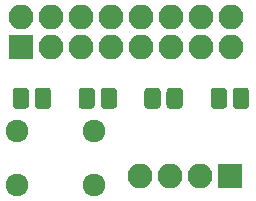
<source format=gts>
G04 #@! TF.GenerationSoftware,KiCad,Pcbnew,5.0.0-fee4fd1~66~ubuntu18.04.1*
G04 #@! TF.CreationDate,2018-08-17T17:18:45-07:00*
G04 #@! TF.ProjectId,RPi FS HAT,525069204653204841542E6B69636164,2*
G04 #@! TF.SameCoordinates,Original*
G04 #@! TF.FileFunction,Soldermask,Top*
G04 #@! TF.FilePolarity,Negative*
%FSLAX46Y46*%
G04 Gerber Fmt 4.6, Leading zero omitted, Abs format (unit mm)*
G04 Created by KiCad (PCBNEW 5.0.0-fee4fd1~66~ubuntu18.04.1) date Fri Aug 17 17:18:45 2018*
%MOMM*%
%LPD*%
G01*
G04 APERTURE LIST*
%ADD10C,0.100000*%
%ADD11C,1.375000*%
%ADD12R,2.100000X2.100000*%
%ADD13O,2.100000X2.100000*%
%ADD14O,1.924000X1.924000*%
G04 APERTURE END LIST*
D10*
G04 #@! TO.C,D1*
G36*
X165047943Y-121529655D02*
X165081312Y-121534605D01*
X165114035Y-121542802D01*
X165145797Y-121554166D01*
X165176293Y-121568590D01*
X165205227Y-121585932D01*
X165232323Y-121606028D01*
X165257318Y-121628682D01*
X165279972Y-121653677D01*
X165300068Y-121680773D01*
X165317410Y-121709707D01*
X165331834Y-121740203D01*
X165343198Y-121771965D01*
X165351395Y-121804688D01*
X165356345Y-121838057D01*
X165358000Y-121871750D01*
X165358000Y-122984250D01*
X165356345Y-123017943D01*
X165351395Y-123051312D01*
X165343198Y-123084035D01*
X165331834Y-123115797D01*
X165317410Y-123146293D01*
X165300068Y-123175227D01*
X165279972Y-123202323D01*
X165257318Y-123227318D01*
X165232323Y-123249972D01*
X165205227Y-123270068D01*
X165176293Y-123287410D01*
X165145797Y-123301834D01*
X165114035Y-123313198D01*
X165081312Y-123321395D01*
X165047943Y-123326345D01*
X165014250Y-123328000D01*
X164326750Y-123328000D01*
X164293057Y-123326345D01*
X164259688Y-123321395D01*
X164226965Y-123313198D01*
X164195203Y-123301834D01*
X164164707Y-123287410D01*
X164135773Y-123270068D01*
X164108677Y-123249972D01*
X164083682Y-123227318D01*
X164061028Y-123202323D01*
X164040932Y-123175227D01*
X164023590Y-123146293D01*
X164009166Y-123115797D01*
X163997802Y-123084035D01*
X163989605Y-123051312D01*
X163984655Y-123017943D01*
X163983000Y-122984250D01*
X163983000Y-121871750D01*
X163984655Y-121838057D01*
X163989605Y-121804688D01*
X163997802Y-121771965D01*
X164009166Y-121740203D01*
X164023590Y-121709707D01*
X164040932Y-121680773D01*
X164061028Y-121653677D01*
X164083682Y-121628682D01*
X164108677Y-121606028D01*
X164135773Y-121585932D01*
X164164707Y-121568590D01*
X164195203Y-121554166D01*
X164226965Y-121542802D01*
X164259688Y-121534605D01*
X164293057Y-121529655D01*
X164326750Y-121528000D01*
X165014250Y-121528000D01*
X165047943Y-121529655D01*
X165047943Y-121529655D01*
G37*
D11*
X164670500Y-122428000D03*
D10*
G36*
X166922943Y-121529655D02*
X166956312Y-121534605D01*
X166989035Y-121542802D01*
X167020797Y-121554166D01*
X167051293Y-121568590D01*
X167080227Y-121585932D01*
X167107323Y-121606028D01*
X167132318Y-121628682D01*
X167154972Y-121653677D01*
X167175068Y-121680773D01*
X167192410Y-121709707D01*
X167206834Y-121740203D01*
X167218198Y-121771965D01*
X167226395Y-121804688D01*
X167231345Y-121838057D01*
X167233000Y-121871750D01*
X167233000Y-122984250D01*
X167231345Y-123017943D01*
X167226395Y-123051312D01*
X167218198Y-123084035D01*
X167206834Y-123115797D01*
X167192410Y-123146293D01*
X167175068Y-123175227D01*
X167154972Y-123202323D01*
X167132318Y-123227318D01*
X167107323Y-123249972D01*
X167080227Y-123270068D01*
X167051293Y-123287410D01*
X167020797Y-123301834D01*
X166989035Y-123313198D01*
X166956312Y-123321395D01*
X166922943Y-123326345D01*
X166889250Y-123328000D01*
X166201750Y-123328000D01*
X166168057Y-123326345D01*
X166134688Y-123321395D01*
X166101965Y-123313198D01*
X166070203Y-123301834D01*
X166039707Y-123287410D01*
X166010773Y-123270068D01*
X165983677Y-123249972D01*
X165958682Y-123227318D01*
X165936028Y-123202323D01*
X165915932Y-123175227D01*
X165898590Y-123146293D01*
X165884166Y-123115797D01*
X165872802Y-123084035D01*
X165864605Y-123051312D01*
X165859655Y-123017943D01*
X165858000Y-122984250D01*
X165858000Y-121871750D01*
X165859655Y-121838057D01*
X165864605Y-121804688D01*
X165872802Y-121771965D01*
X165884166Y-121740203D01*
X165898590Y-121709707D01*
X165915932Y-121680773D01*
X165936028Y-121653677D01*
X165958682Y-121628682D01*
X165983677Y-121606028D01*
X166010773Y-121585932D01*
X166039707Y-121568590D01*
X166070203Y-121554166D01*
X166101965Y-121542802D01*
X166134688Y-121534605D01*
X166168057Y-121529655D01*
X166201750Y-121528000D01*
X166889250Y-121528000D01*
X166922943Y-121529655D01*
X166922943Y-121529655D01*
G37*
D11*
X166545500Y-122428000D03*
G04 #@! TD*
D12*
G04 #@! TO.C,J1*
X147955000Y-118110000D03*
D13*
X147955000Y-115570000D03*
X150495000Y-118110000D03*
X150495000Y-115570000D03*
X153035000Y-118110000D03*
X153035000Y-115570000D03*
X155575000Y-118110000D03*
X155575000Y-115570000D03*
X158115000Y-118110000D03*
X158115000Y-115570000D03*
X160655000Y-118110000D03*
X160655000Y-115570000D03*
X163195000Y-118110000D03*
X163195000Y-115570000D03*
X165735000Y-118110000D03*
X165735000Y-115570000D03*
G04 #@! TD*
D10*
G04 #@! TO.C,R1*
G36*
X148283943Y-121529655D02*
X148317312Y-121534605D01*
X148350035Y-121542802D01*
X148381797Y-121554166D01*
X148412293Y-121568590D01*
X148441227Y-121585932D01*
X148468323Y-121606028D01*
X148493318Y-121628682D01*
X148515972Y-121653677D01*
X148536068Y-121680773D01*
X148553410Y-121709707D01*
X148567834Y-121740203D01*
X148579198Y-121771965D01*
X148587395Y-121804688D01*
X148592345Y-121838057D01*
X148594000Y-121871750D01*
X148594000Y-122984250D01*
X148592345Y-123017943D01*
X148587395Y-123051312D01*
X148579198Y-123084035D01*
X148567834Y-123115797D01*
X148553410Y-123146293D01*
X148536068Y-123175227D01*
X148515972Y-123202323D01*
X148493318Y-123227318D01*
X148468323Y-123249972D01*
X148441227Y-123270068D01*
X148412293Y-123287410D01*
X148381797Y-123301834D01*
X148350035Y-123313198D01*
X148317312Y-123321395D01*
X148283943Y-123326345D01*
X148250250Y-123328000D01*
X147562750Y-123328000D01*
X147529057Y-123326345D01*
X147495688Y-123321395D01*
X147462965Y-123313198D01*
X147431203Y-123301834D01*
X147400707Y-123287410D01*
X147371773Y-123270068D01*
X147344677Y-123249972D01*
X147319682Y-123227318D01*
X147297028Y-123202323D01*
X147276932Y-123175227D01*
X147259590Y-123146293D01*
X147245166Y-123115797D01*
X147233802Y-123084035D01*
X147225605Y-123051312D01*
X147220655Y-123017943D01*
X147219000Y-122984250D01*
X147219000Y-121871750D01*
X147220655Y-121838057D01*
X147225605Y-121804688D01*
X147233802Y-121771965D01*
X147245166Y-121740203D01*
X147259590Y-121709707D01*
X147276932Y-121680773D01*
X147297028Y-121653677D01*
X147319682Y-121628682D01*
X147344677Y-121606028D01*
X147371773Y-121585932D01*
X147400707Y-121568590D01*
X147431203Y-121554166D01*
X147462965Y-121542802D01*
X147495688Y-121534605D01*
X147529057Y-121529655D01*
X147562750Y-121528000D01*
X148250250Y-121528000D01*
X148283943Y-121529655D01*
X148283943Y-121529655D01*
G37*
D11*
X147906500Y-122428000D03*
D10*
G36*
X150158943Y-121529655D02*
X150192312Y-121534605D01*
X150225035Y-121542802D01*
X150256797Y-121554166D01*
X150287293Y-121568590D01*
X150316227Y-121585932D01*
X150343323Y-121606028D01*
X150368318Y-121628682D01*
X150390972Y-121653677D01*
X150411068Y-121680773D01*
X150428410Y-121709707D01*
X150442834Y-121740203D01*
X150454198Y-121771965D01*
X150462395Y-121804688D01*
X150467345Y-121838057D01*
X150469000Y-121871750D01*
X150469000Y-122984250D01*
X150467345Y-123017943D01*
X150462395Y-123051312D01*
X150454198Y-123084035D01*
X150442834Y-123115797D01*
X150428410Y-123146293D01*
X150411068Y-123175227D01*
X150390972Y-123202323D01*
X150368318Y-123227318D01*
X150343323Y-123249972D01*
X150316227Y-123270068D01*
X150287293Y-123287410D01*
X150256797Y-123301834D01*
X150225035Y-123313198D01*
X150192312Y-123321395D01*
X150158943Y-123326345D01*
X150125250Y-123328000D01*
X149437750Y-123328000D01*
X149404057Y-123326345D01*
X149370688Y-123321395D01*
X149337965Y-123313198D01*
X149306203Y-123301834D01*
X149275707Y-123287410D01*
X149246773Y-123270068D01*
X149219677Y-123249972D01*
X149194682Y-123227318D01*
X149172028Y-123202323D01*
X149151932Y-123175227D01*
X149134590Y-123146293D01*
X149120166Y-123115797D01*
X149108802Y-123084035D01*
X149100605Y-123051312D01*
X149095655Y-123017943D01*
X149094000Y-122984250D01*
X149094000Y-121871750D01*
X149095655Y-121838057D01*
X149100605Y-121804688D01*
X149108802Y-121771965D01*
X149120166Y-121740203D01*
X149134590Y-121709707D01*
X149151932Y-121680773D01*
X149172028Y-121653677D01*
X149194682Y-121628682D01*
X149219677Y-121606028D01*
X149246773Y-121585932D01*
X149275707Y-121568590D01*
X149306203Y-121554166D01*
X149337965Y-121542802D01*
X149370688Y-121534605D01*
X149404057Y-121529655D01*
X149437750Y-121528000D01*
X150125250Y-121528000D01*
X150158943Y-121529655D01*
X150158943Y-121529655D01*
G37*
D11*
X149781500Y-122428000D03*
G04 #@! TD*
D10*
G04 #@! TO.C,R2*
G36*
X153858609Y-121529655D02*
X153891978Y-121534605D01*
X153924701Y-121542802D01*
X153956463Y-121554166D01*
X153986959Y-121568590D01*
X154015893Y-121585932D01*
X154042989Y-121606028D01*
X154067984Y-121628682D01*
X154090638Y-121653677D01*
X154110734Y-121680773D01*
X154128076Y-121709707D01*
X154142500Y-121740203D01*
X154153864Y-121771965D01*
X154162061Y-121804688D01*
X154167011Y-121838057D01*
X154168666Y-121871750D01*
X154168666Y-122984250D01*
X154167011Y-123017943D01*
X154162061Y-123051312D01*
X154153864Y-123084035D01*
X154142500Y-123115797D01*
X154128076Y-123146293D01*
X154110734Y-123175227D01*
X154090638Y-123202323D01*
X154067984Y-123227318D01*
X154042989Y-123249972D01*
X154015893Y-123270068D01*
X153986959Y-123287410D01*
X153956463Y-123301834D01*
X153924701Y-123313198D01*
X153891978Y-123321395D01*
X153858609Y-123326345D01*
X153824916Y-123328000D01*
X153137416Y-123328000D01*
X153103723Y-123326345D01*
X153070354Y-123321395D01*
X153037631Y-123313198D01*
X153005869Y-123301834D01*
X152975373Y-123287410D01*
X152946439Y-123270068D01*
X152919343Y-123249972D01*
X152894348Y-123227318D01*
X152871694Y-123202323D01*
X152851598Y-123175227D01*
X152834256Y-123146293D01*
X152819832Y-123115797D01*
X152808468Y-123084035D01*
X152800271Y-123051312D01*
X152795321Y-123017943D01*
X152793666Y-122984250D01*
X152793666Y-121871750D01*
X152795321Y-121838057D01*
X152800271Y-121804688D01*
X152808468Y-121771965D01*
X152819832Y-121740203D01*
X152834256Y-121709707D01*
X152851598Y-121680773D01*
X152871694Y-121653677D01*
X152894348Y-121628682D01*
X152919343Y-121606028D01*
X152946439Y-121585932D01*
X152975373Y-121568590D01*
X153005869Y-121554166D01*
X153037631Y-121542802D01*
X153070354Y-121534605D01*
X153103723Y-121529655D01*
X153137416Y-121528000D01*
X153824916Y-121528000D01*
X153858609Y-121529655D01*
X153858609Y-121529655D01*
G37*
D11*
X153481166Y-122428000D03*
D10*
G36*
X155733609Y-121529655D02*
X155766978Y-121534605D01*
X155799701Y-121542802D01*
X155831463Y-121554166D01*
X155861959Y-121568590D01*
X155890893Y-121585932D01*
X155917989Y-121606028D01*
X155942984Y-121628682D01*
X155965638Y-121653677D01*
X155985734Y-121680773D01*
X156003076Y-121709707D01*
X156017500Y-121740203D01*
X156028864Y-121771965D01*
X156037061Y-121804688D01*
X156042011Y-121838057D01*
X156043666Y-121871750D01*
X156043666Y-122984250D01*
X156042011Y-123017943D01*
X156037061Y-123051312D01*
X156028864Y-123084035D01*
X156017500Y-123115797D01*
X156003076Y-123146293D01*
X155985734Y-123175227D01*
X155965638Y-123202323D01*
X155942984Y-123227318D01*
X155917989Y-123249972D01*
X155890893Y-123270068D01*
X155861959Y-123287410D01*
X155831463Y-123301834D01*
X155799701Y-123313198D01*
X155766978Y-123321395D01*
X155733609Y-123326345D01*
X155699916Y-123328000D01*
X155012416Y-123328000D01*
X154978723Y-123326345D01*
X154945354Y-123321395D01*
X154912631Y-123313198D01*
X154880869Y-123301834D01*
X154850373Y-123287410D01*
X154821439Y-123270068D01*
X154794343Y-123249972D01*
X154769348Y-123227318D01*
X154746694Y-123202323D01*
X154726598Y-123175227D01*
X154709256Y-123146293D01*
X154694832Y-123115797D01*
X154683468Y-123084035D01*
X154675271Y-123051312D01*
X154670321Y-123017943D01*
X154668666Y-122984250D01*
X154668666Y-121871750D01*
X154670321Y-121838057D01*
X154675271Y-121804688D01*
X154683468Y-121771965D01*
X154694832Y-121740203D01*
X154709256Y-121709707D01*
X154726598Y-121680773D01*
X154746694Y-121653677D01*
X154769348Y-121628682D01*
X154794343Y-121606028D01*
X154821439Y-121585932D01*
X154850373Y-121568590D01*
X154880869Y-121554166D01*
X154912631Y-121542802D01*
X154945354Y-121534605D01*
X154978723Y-121529655D01*
X155012416Y-121528000D01*
X155699916Y-121528000D01*
X155733609Y-121529655D01*
X155733609Y-121529655D01*
G37*
D11*
X155356166Y-122428000D03*
G04 #@! TD*
D10*
G04 #@! TO.C,R3*
G36*
X161308275Y-121529655D02*
X161341644Y-121534605D01*
X161374367Y-121542802D01*
X161406129Y-121554166D01*
X161436625Y-121568590D01*
X161465559Y-121585932D01*
X161492655Y-121606028D01*
X161517650Y-121628682D01*
X161540304Y-121653677D01*
X161560400Y-121680773D01*
X161577742Y-121709707D01*
X161592166Y-121740203D01*
X161603530Y-121771965D01*
X161611727Y-121804688D01*
X161616677Y-121838057D01*
X161618332Y-121871750D01*
X161618332Y-122984250D01*
X161616677Y-123017943D01*
X161611727Y-123051312D01*
X161603530Y-123084035D01*
X161592166Y-123115797D01*
X161577742Y-123146293D01*
X161560400Y-123175227D01*
X161540304Y-123202323D01*
X161517650Y-123227318D01*
X161492655Y-123249972D01*
X161465559Y-123270068D01*
X161436625Y-123287410D01*
X161406129Y-123301834D01*
X161374367Y-123313198D01*
X161341644Y-123321395D01*
X161308275Y-123326345D01*
X161274582Y-123328000D01*
X160587082Y-123328000D01*
X160553389Y-123326345D01*
X160520020Y-123321395D01*
X160487297Y-123313198D01*
X160455535Y-123301834D01*
X160425039Y-123287410D01*
X160396105Y-123270068D01*
X160369009Y-123249972D01*
X160344014Y-123227318D01*
X160321360Y-123202323D01*
X160301264Y-123175227D01*
X160283922Y-123146293D01*
X160269498Y-123115797D01*
X160258134Y-123084035D01*
X160249937Y-123051312D01*
X160244987Y-123017943D01*
X160243332Y-122984250D01*
X160243332Y-121871750D01*
X160244987Y-121838057D01*
X160249937Y-121804688D01*
X160258134Y-121771965D01*
X160269498Y-121740203D01*
X160283922Y-121709707D01*
X160301264Y-121680773D01*
X160321360Y-121653677D01*
X160344014Y-121628682D01*
X160369009Y-121606028D01*
X160396105Y-121585932D01*
X160425039Y-121568590D01*
X160455535Y-121554166D01*
X160487297Y-121542802D01*
X160520020Y-121534605D01*
X160553389Y-121529655D01*
X160587082Y-121528000D01*
X161274582Y-121528000D01*
X161308275Y-121529655D01*
X161308275Y-121529655D01*
G37*
D11*
X160930832Y-122428000D03*
D10*
G36*
X159433275Y-121529655D02*
X159466644Y-121534605D01*
X159499367Y-121542802D01*
X159531129Y-121554166D01*
X159561625Y-121568590D01*
X159590559Y-121585932D01*
X159617655Y-121606028D01*
X159642650Y-121628682D01*
X159665304Y-121653677D01*
X159685400Y-121680773D01*
X159702742Y-121709707D01*
X159717166Y-121740203D01*
X159728530Y-121771965D01*
X159736727Y-121804688D01*
X159741677Y-121838057D01*
X159743332Y-121871750D01*
X159743332Y-122984250D01*
X159741677Y-123017943D01*
X159736727Y-123051312D01*
X159728530Y-123084035D01*
X159717166Y-123115797D01*
X159702742Y-123146293D01*
X159685400Y-123175227D01*
X159665304Y-123202323D01*
X159642650Y-123227318D01*
X159617655Y-123249972D01*
X159590559Y-123270068D01*
X159561625Y-123287410D01*
X159531129Y-123301834D01*
X159499367Y-123313198D01*
X159466644Y-123321395D01*
X159433275Y-123326345D01*
X159399582Y-123328000D01*
X158712082Y-123328000D01*
X158678389Y-123326345D01*
X158645020Y-123321395D01*
X158612297Y-123313198D01*
X158580535Y-123301834D01*
X158550039Y-123287410D01*
X158521105Y-123270068D01*
X158494009Y-123249972D01*
X158469014Y-123227318D01*
X158446360Y-123202323D01*
X158426264Y-123175227D01*
X158408922Y-123146293D01*
X158394498Y-123115797D01*
X158383134Y-123084035D01*
X158374937Y-123051312D01*
X158369987Y-123017943D01*
X158368332Y-122984250D01*
X158368332Y-121871750D01*
X158369987Y-121838057D01*
X158374937Y-121804688D01*
X158383134Y-121771965D01*
X158394498Y-121740203D01*
X158408922Y-121709707D01*
X158426264Y-121680773D01*
X158446360Y-121653677D01*
X158469014Y-121628682D01*
X158494009Y-121606028D01*
X158521105Y-121585932D01*
X158550039Y-121568590D01*
X158580535Y-121554166D01*
X158612297Y-121542802D01*
X158645020Y-121534605D01*
X158678389Y-121529655D01*
X158712082Y-121528000D01*
X159399582Y-121528000D01*
X159433275Y-121529655D01*
X159433275Y-121529655D01*
G37*
D11*
X159055832Y-122428000D03*
G04 #@! TD*
D14*
G04 #@! TO.C,SW1*
X147624800Y-125247400D03*
X154127200Y-125247400D03*
X147624800Y-129768600D03*
X154127200Y-129768600D03*
G04 #@! TD*
D12*
G04 #@! TO.C,U1*
X165608000Y-129032000D03*
D13*
X163068000Y-129032000D03*
X160528000Y-129032000D03*
X157988000Y-129032000D03*
G04 #@! TD*
M02*

</source>
